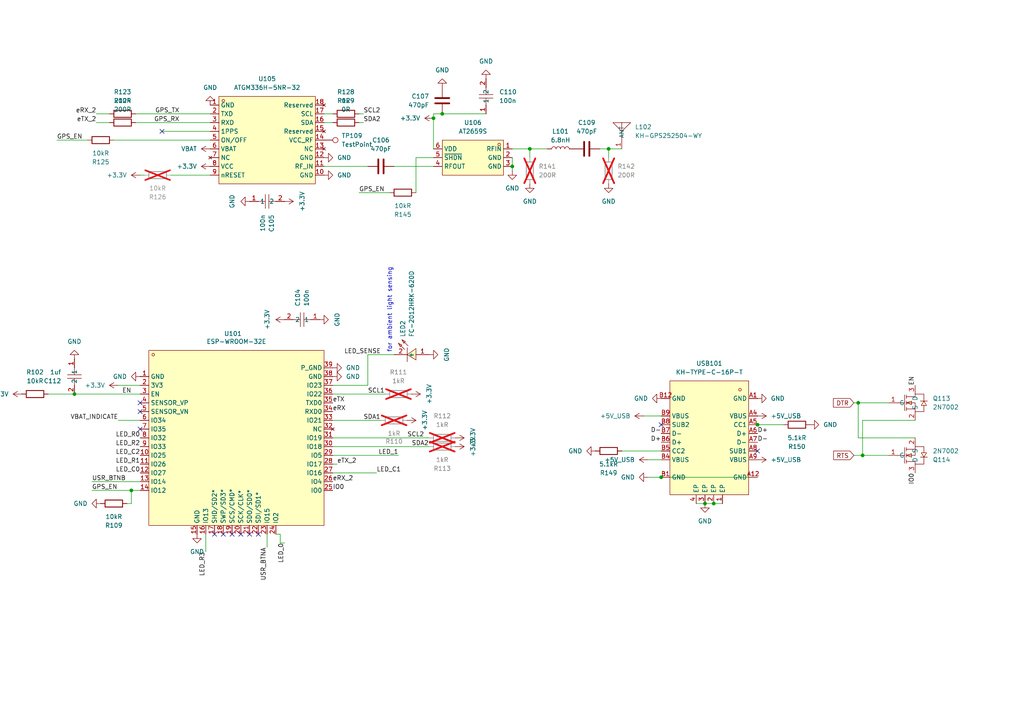
<source format=kicad_sch>
(kicad_sch (version 20250114) (generator "eeschema") (generator_version "9.0")
  (paper "A4")
  (lib_symbols
    (symbol "Connector:TestPoint" (pin_numbers (hide yes)) (pin_names (offset 0.762) (hide yes))
      (property "Reference" "TP" (at 0 6.858 0))
      (property "Value" "TestPoint" (at 0 5.08 0))
      (symbol "TestPoint_0_1"
        (circle (center 0 3.302) (radius 0.762))
      )
      (symbol "TestPoint_1_1"
        (pin passive line (at 0 0 90) (length 2.54) (name "1") (number "1"))
      )
    )
    (symbol "Device:C" (pin_numbers (hide yes)) (pin_names (offset 0.254))
      (property "Reference" "C" (at 0.635 2.54 0))
      (property "Value" "C" (at 0.635 -2.54 0))
      (symbol "C_0_1"
        (polyline (pts (xy -2.032 0.762) (xy 2.032 0.762)) (stroke (width 0.508)))
        (polyline (pts (xy -2.032 -0.762) (xy 2.032 -0.762)) (stroke (width 0.508)))
      )
      (symbol "C_1_1"
        (pin passive line (at 0 3.81 270) (length 2.794) (name "~") (number "1"))
        (pin passive line (at 0 -3.81 90) (length 2.794) (name "~") (number "2"))
      )
    )
    (symbol "Device:L" (pin_numbers (hide yes)) (pin_names (offset 1.016) (hide yes))
      (property "Reference" "L" (at -1.27 0 90))
      (property "Value" "L" (at 1.905 0 90))
      (symbol "L_0_1"
        (arc (start 0 2.54) (mid 0.6323 1.905) (end 0 1.27))
        (arc (start 0 1.27) (mid 0.6323 0.635) (end 0 0))
        (arc (start 0 0) (mid 0.6323 -0.635) (end 0 -1.27))
        (arc (start 0 -1.27) (mid 0.6323 -1.905) (end 0 -2.54))
      )
      (symbol "L_1_1"
        (pin passive line (at 0 3.81 270) (length 1.27) (name "1") (number "1"))
        (pin passive line (at 0 -3.81 90) (length 1.27) (name "2") (number "2"))
      )
    )
    (symbol "Device:R" (pin_numbers (hide yes)) (pin_names (offset 0))
      (property "Reference" "R" (at 2.032 0 90))
      (property "Value" "R" (at 0 0 90))
      (symbol "R_0_1"
        (rectangle (start -1.016 -2.54) (end 1.016 2.54) (stroke (width 0.254)))
      )
      (symbol "R_1_1"
        (pin passive line (at 0 3.81 270) (length 1.27) (name "~") (number "1"))
        (pin passive line (at 0 -3.81 90) (length 1.27) (name "~") (number "2"))
      )
    )
    (symbol "easyeda2kicad:2N7002"
      (property "Reference" "Q" (at 0 10.16 0))
      (property "Value" "2N7002" (at 0 -10.16 0))
      (symbol "2N7002_0_1"
        (polyline (pts (xy -2.54 0) (xy -0.51 0)))
        (polyline (pts (xy -0.51 2.29) (xy -0.51 -2.29)))
        (polyline (pts (xy 0 2.29) (xy 0 1.27)))
        (polyline (pts (xy 0 1.78) (xy 2.54 1.78) (xy 2.54 2.54) (xy 5.08 2.54) (xy 5.08 0.51)))
        (polyline (pts (xy 0 0) (xy 1.52 -0.51) (xy 1.52 0.51) (xy 0 0)) (fill (type background)))
        (polyline (pts (xy 0 0) (xy 2.54 0) (xy 2.54 -2.54) (xy 5.08 -2.54) (xy 5.08 -0.76)))
        (polyline (pts (xy 0 -0.51) (xy 0 0.51)))
        (polyline (pts (xy 0 -2.29) (xy 0 -1.27)))
        (polyline (pts (xy 2.54 -1.78) (xy 0 -1.78)))
        (polyline (pts (xy 5.08 0.51) (xy 4.32 -0.76) (xy 5.84 -0.76) (xy 5.08 0.51)) (fill (type background)))
        (polyline (pts (xy 6.1 0.51) (xy 5.59 0.51) (xy 4.57 0.51) (xy 4.06 0.51)))
        (pin input line (at -5.08 0 0) (length 2.54) (name "G") (number "1"))
        (pin passive line (at 2.54 5.08 270) (length 2.54) (name "D") (number "3"))
        (pin passive line (at 2.54 -5.08 90) (length 2.54) (name "S") (number "2"))
      )
    )
    (symbol "easyeda2kicad:AT2659S"
      (property "Reference" "U" (at 0 7.62 0))
      (property "Value" "AT2659S" (at 0 -7.62 0))
      (symbol "AT2659S_0_1"
        (rectangle (start -8.89 5.08) (end 8.89 -5.08) (fill (type background)))
        (circle (center -7.62 3.81) (radius 0.38))
        (pin input line (at -11.43 2.54 0) (length 2.54) (name "RFIN") (number "1"))
        (pin power_in line (at -11.43 0 0) (length 2.54) (name "GND") (number "2"))
        (pin power_in line (at -11.43 -2.54 0) (length 2.54) (name "GND") (number "3"))
        (pin power_in line (at 11.43 2.54 180) (length 2.54) (name "VDD") (number "6"))
        (pin input line (at 11.43 0 180) (length 2.54) (name "~{SHDN}") (number "5"))
        (pin output line (at 11.43 -2.54 180) (length 2.54) (name "RFOUT") (number "4"))
      )
    )
    (symbol "easyeda2kicad:ATGM336H-5NR-32"
      (property "Reference" "U" (at 0 15.24 0))
      (property "Value" "ATGM336H-5NR-32" (at 0 -15.24 0))
      (symbol "ATGM336H-5NR-32_0_1"
        (rectangle (start -13.97 12.7) (end 13.97 -12.7) (fill (type background)))
        (circle (center -12.7 11.43) (radius 0.38))
        (pin power_in line (at -16.51 10.16 0) (length 2.54) (name "GND") (number "1"))
        (pin output line (at -16.51 7.62 0) (length 2.54) (name "TXD") (number "2"))
        (pin input line (at -16.51 5.08 0) (length 2.54) (name "RXD") (number "3"))
        (pin output line (at -16.51 2.54 0) (length 2.54) (name "1PPS") (number "4"))
        (pin input line (at -16.51 0 0) (length 2.54) (name "ON/OFF") (number "5"))
        (pin power_in line (at -16.51 -2.54 0) (length 2.54) (name "VBAT") (number "6"))
        (pin no_connect line (at -16.51 -5.08 0) (length 2.54) (name "NC") (number "7"))
        (pin power_in line (at -16.51 -7.62 0) (length 2.54) (name "VCC") (number "8"))
        (pin input line (at -16.51 -10.16 0) (length 2.54) (name "nRESET") (number "9"))
        (pin no_connect line (at 16.51 10.16 180) (length 2.54) (name "Reserved") (number "18"))
        (pin bidirectional line (at 16.51 7.62 180) (length 2.54) (name "SCL") (number "17"))
        (pin bidirectional line (at 16.51 5.08 180) (length 2.54) (name "SDA") (number "16"))
        (pin no_connect line (at 16.51 2.54 180) (length 2.54) (name "Reserved") (number "15"))
        (pin power_out line (at 16.51 0 180) (length 2.54) (name "VCC_RF") (number "14"))
        (pin no_connect line (at 16.51 -2.54 180) (length 2.54) (name "NC") (number "13"))
        (pin power_in line (at 16.51 -5.08 180) (length 2.54) (name "GND") (number "12"))
        (pin input line (at 16.51 -7.62 180) (length 2.54) (name "RF_IN") (number "11"))
        (pin power_in line (at 16.51 -10.16 180) (length 2.54) (name "GND") (number "10"))
      )
    )
    (symbol "easyeda2kicad:CC0603KRX7R9BB104"
      (property "Reference" "C" (at 0 5.08 0))
      (property "Value" "CC0603KRX7R9BB104" (at 0 -5.08 0))
      (symbol "CC0603KRX7R9BB104_0_1"
        (polyline (pts (xy -0.51 0) (xy -2.54 0)))
        (polyline (pts (xy -0.51 -2.03) (xy -0.51 2.03)))
        (polyline (pts (xy 0.51 2.03) (xy 0.51 -2.03)))
        (polyline (pts (xy 2.54 0) (xy 0.51 0)))
        (pin passive line (at -5.08 0 0) (length 2.54) (name "1") (number "1"))
        (pin passive line (at 5.08 0 180) (length 2.54) (name "2") (number "2"))
      )
    )
    (symbol "easyeda2kicad:CH340C"
      (property "Reference" "U" (at 0 13.97 0))
      (property "Value" "CH340C" (at 0 -13.97 0))
      (symbol "CH340C_0_1"
        (rectangle (start -8.89 11.43) (end 8.89 -11.43) (fill (type background)))
        (circle (center -7.62 10.16) (radius 0.38))
        (pin power_in line (at -11.43 8.89 0) (length 2.54) (name "GND") (number "1"))
        (pin output line (at -11.43 6.35 0) (length 2.54) (name "TXD") (number "2"))
        (pin input line (at -11.43 3.81 0) (length 2.54) (name "RXD") (number "3"))
        (pin power_out line (at -11.43 1.27 0) (length 2.54) (name "V3") (number "4"))
        (pin bidirectional line (at -11.43 -1.27 0) (length 2.54) (name "D+") (number "5"))
        (pin bidirectional line (at -11.43 -3.81 0) (length 2.54) (name "D-") (number "6"))
        (pin no_connect line (at -11.43 -6.35 0) (length 2.54) (name "NC.") (number "7"))
        (pin output line (at -11.43 -8.89 0) (length 2.54) (name "~{OUT}") (number "8"))
        (pin power_in line (at 11.43 8.89 180) (length 2.54) (name "VCC") (number "16"))
        (pin input line (at 11.43 6.35 180) (length 2.54) (name "R232") (number "15"))
        (pin output line (at 11.43 3.81 180) (length 2.54) (name "~{RTS}") (number "14"))
        (pin output line (at 11.43 1.27 180) (length 2.54) (name "~{DTR}") (number "13"))
        (pin input line (at 11.43 -1.27 180) (length 2.54) (name "~{DCD}") (number "12"))
        (pin input line (at 11.43 -3.81 180) (length 2.54) (name "~{RI}") (number "11"))
        (pin input line (at 11.43 -6.35 180) (length 2.54) (name "~{DSR}") (number "10"))
        (pin input line (at 11.43 -8.89 180) (length 2.54) (name "~{CTS}") (number "9"))
      )
    )
    (symbol "easyeda2kicad:ESP-WROOM-32E"
      (property "Reference" "U" (at 0 27.94 0))
      (property "Value" "ESP-WROOM-32E" (at 0 -30.48 0))
      (symbol "ESP-WROOM-32E_0_1"
        (rectangle (start -25.4 27.94) (end 25.4 -22.86) (fill (type background)))
        (circle (center -24.13 26.67) (radius 0.38))
        (pin power_in line (at -27.94 20.32 0) (length 2.54) (name "GND") (number "1"))
        (pin power_in line (at -27.94 17.78 0) (length 2.54) (name "3V3") (number "2"))
        (pin input line (at -27.94 15.24 0) (length 2.54) (name "EN") (number "3"))
        (pin input line (at -27.94 12.7 0) (length 2.54) (name "SENSOR_VP") (number "4"))
        (pin input line (at -27.94 10.16 0) (length 2.54) (name "SENSOR_VN") (number "5"))
        (pin input line (at -27.94 7.62 0) (length 2.54) (name "IO34") (number "6"))
        (pin input line (at -27.94 5.08 0) (length 2.54) (name "IO35") (number "7"))
        (pin bidirectional line (at -27.94 2.54 0) (length 2.54) (name "IO32") (number "8"))
        (pin bidirectional line (at -27.94 0 0) (length 2.54) (name "IO33") (number "9"))
        (pin bidirectional line (at -27.94 -2.54 0) (length 2.54) (name "IO25") (number "10"))
        (pin bidirectional line (at -27.94 -5.08 0) (length 2.54) (name "IO26") (number "11"))
        (pin bidirectional line (at -27.94 -7.62 0) (length 2.54) (name "IO27") (number "12"))
        (pin bidirectional line (at -27.94 -10.16 0) (length 2.54) (name "IO14") (number "13"))
        (pin bidirectional line (at -27.94 -12.7 0) (length 2.54) (name "IO12") (number "14"))
        (pin power_in line (at -11.43 -25.4 90) (length 2.54) (name "GND") (number "15"))
        (pin bidirectional line (at -8.89 -25.4 90) (length 2.54) (name "IO13") (number "16"))
        (pin bidirectional line (at -6.35 -25.4 90) (length 2.54) (name "SHD/SD2*") (number "17"))
        (pin bidirectional line (at -3.81 -25.4 90) (length 2.54) (name "SWP/SD3*") (number "18"))
        (pin bidirectional line (at -1.27 -25.4 90) (length 2.54) (name "SCS/CMD*") (number "19"))
        (pin bidirectional line (at 1.27 -25.4 90) (length 2.54) (name "SCK/CLK*") (number "20"))
        (pin bidirectional line (at 3.81 -25.4 90) (length 2.54) (name "SDO/SD0*") (number "21"))
        (pin bidirectional line (at 6.35 -25.4 90) (length 2.54) (name "SDI/SD1*") (number "22"))
        (pin bidirectional line (at 8.89 -25.4 90) (length 2.54) (name "IO15") (number "23"))
        (pin bidirectional line (at 11.43 -25.4 90) (length 2.54) (name "IO2") (number "24"))
        (pin power_in line (at 27.94 22.86 180) (length 2.54) (name "P_GND") (number "39"))
        (pin power_in line (at 27.94 20.32 180) (length 2.54) (name "GND") (number "38"))
        (pin bidirectional line (at 27.94 17.78 180) (length 2.54) (name "IO23") (number "37"))
        (pin bidirectional line (at 27.94 15.24 180) (length 2.54) (name "IO22") (number "36"))
        (pin output line (at 27.94 12.7 180) (length 2.54) (name "TXD0") (number "35"))
        (pin input line (at 27.94 10.16 180) (length 2.54) (name "RXD0") (number "34"))
        (pin bidirectional line (at 27.94 7.62 180) (length 2.54) (name "IO21") (number "33"))
        (pin no_connect line (at 27.94 5.08 180) (length 2.54) (name "NC") (number "32"))
        (pin bidirectional line (at 27.94 2.54 180) (length 2.54) (name "IO19") (number "31"))
        (pin bidirectional line (at 27.94 0 180) (length 2.54) (name "IO18") (number "30"))
        (pin bidirectional line (at 27.94 -2.54 180) (length 2.54) (name "IO5") (number "29"))
        (pin bidirectional line (at 27.94 -5.08 180) (length 2.54) (name "IO17") (number "28"))
        (pin bidirectional line (at 27.94 -7.62 180) (length 2.54) (name "IO16") (number "27"))
        (pin bidirectional line (at 27.94 -10.16 180) (length 2.54) (name "IO4") (number "26"))
        (pin bidirectional line (at 27.94 -12.7 180) (length 2.54) (name "IO0") (number "25"))
      )
    )
    (symbol "easyeda2kicad:FC-2012HRK-620D"
      (property "Reference" "LED" (at 0 5.08 0))
      (property "Value" "FC-2012HRK-620D" (at 0 -5.08 0))
      (symbol "FC-2012HRK-620D_0_1"
        (polyline (pts (xy -3.81 3.3) (xy -2.79 2.79) (xy -3.3 2.29) (xy -3.81 3.3)) (fill (type background)))
        (polyline (pts (xy -2.79 4.32) (xy -1.78 3.81) (xy -2.29 3.3) (xy -2.79 4.32)) (fill (type background)))
        (polyline (pts (xy -2.03 1.52) (xy -3.81 3.3)))
        (polyline (pts (xy -1.27 2.03) (xy -1.27 -2.03)))
        (polyline (pts (xy -1.02 2.54) (xy -2.79 4.32)))
        (polyline (pts (xy 1.27 -1.52) (xy -1.27 0) (xy 1.27 1.78) (xy 1.27 -1.52)) (fill (type background)))
        (pin passive line (at -5.08 0 0) (length 3.81) (name "-") (number "2"))
        (pin passive line (at 5.08 0 180) (length 3.81) (name "+") (number "1"))
      )
    )
    (symbol "easyeda2kicad:KH-GPS252504-WY"
      (property "Reference" "L" (at 0 0 0))
      (property "Value" "KH-GPS252504-WY" (at 0 -10.16 0))
      (symbol "KH-GPS252504-WY_0_1"
        (polyline (pts (xy 0 2.54) (xy 0 0)))
        (polyline (pts (xy 0 0) (xy -2.54 2.54)))
        (polyline (pts (xy 0 0) (xy 0 -2.54)))
        (polyline (pts (xy 2.54 2.54) (xy -2.54 2.54)))
        (polyline (pts (xy 2.54 2.54) (xy 0 0)))
        (pin passive line (at 0 -5.08 90) (length 2.54) (name "ANT") (number "1"))
      )
    )
    (symbol "easyeda2kicad:KH-TYPE-C-16P-T"
      (property "Reference" "USB" (at 0 17.78 0))
      (property "Value" "KH-TYPE-C-16P-T" (at 0 -22.86 0))
      (symbol "KH-TYPE-C-16P-T_0_1"
        (rectangle (start -12.7 17.78) (end 10.16 -15.24) (fill (type background)))
        (circle (center -10.16 15.24) (radius 0.38))
        (pin power_in line (at -15.24 12.7 0) (length 2.54) (name "GND") (number "A1"))
        (pin power_in line (at -15.24 7.62 0) (length 2.54) (name "VBUS") (number "A4"))
        (pin bidirectional line (at -15.24 5.08 0) (length 2.54) (name "CC1") (number "A5"))
        (pin bidirectional line (at -15.24 2.54 0) (length 2.54) (name "D+") (number "A6"))
        (pin bidirectional line (at -15.24 0 0) (length 2.54) (name "D-") (number "A7"))
        (pin bidirectional line (at -15.24 -2.54 0) (length 2.54) (name "SUB1") (number "A8"))
        (pin power_in line (at -15.24 -5.08 0) (length 2.54) (name "VBUS") (number "A9"))
        (pin power_in line (at -15.24 -10.16 0) (length 2.54) (name "GND") (number "A12"))
        (pin passive line (at -5.08 -17.78 90) (length 2.54) (name "EP") (number "1"))
        (pin passive line (at -2.54 -17.78 90) (length 2.54) (name "EP") (number "2"))
        (pin passive line (at 0 -17.78 90) (length 2.54) (name "EP") (number "3"))
        (pin passive line (at 2.54 -17.78 90) (length 2.54) (name "EP") (number "4"))
        (pin power_in line (at 12.7 12.7 180) (length 2.54) (name "GND") (number "B12"))
        (pin power_in line (at 12.7 7.62 180) (length 2.54) (name "VBUS") (number "B9"))
        (pin bidirectional line (at 12.7 5.08 180) (length 2.54) (name "SUB2") (number "B8"))
        (pin bidirectional line (at 12.7 2.54 180) (length 2.54) (name "D-") (number "B7"))
        (pin bidirectional line (at 12.7 0 180) (length 2.54) (name "D+") (number "B6"))
        (pin bidirectional line (at 12.7 -2.54 180) (length 2.54) (name "CC2") (number "B5"))
        (pin power_in line (at 12.7 -5.08 180) (length 2.54) (name "VBUS") (number "B4"))
        (pin power_in line (at 12.7 -10.16 180) (length 2.54) (name "GND") (number "B1"))
      )
    )
    (symbol "power:+3.3V" (power) (pin_numbers (hide yes)) (pin_names (offset 0) (hide yes))
      (property "Value" "+3.3V" (at 0 3.556 0))
      (symbol "+3.3V_0_1"
        (polyline (pts (xy -0.762 1.27) (xy 0 2.54)))
        (polyline (pts (xy 0 2.54) (xy 0.762 1.27)))
        (polyline (pts (xy 0 0) (xy 0 2.54)))
      )
      (symbol "+3.3V_1_1"
        (pin power_in line (at 0 0 90) (length 0) (name "~") (number "1"))
      )
    )
    (symbol "power:GND" (power) (pin_numbers (hide yes)) (pin_names (offset 0) (hide yes))
      (property "Value" "GND" (at 0 -3.81 0))
      (symbol "GND_0_1"
        (polyline (pts (xy 0 0) (xy 0 -1.27) (xy 1.27 -1.27) (xy 0 -2.54) (xy -1.27 -1.27) (xy 0 -1.27)))
      )
      (symbol "GND_1_1"
        (pin power_in line (at 0 0 270) (length 0) (name "~") (number "1"))
      )
    )
  )
  (text "for ambient light sensing\n" (at 113.03 89.916 90) (effects (font (size 1.27 1.27))))
  (junction (at 125.73 34.29))
  (junction (at 250.19 132.08))
  (junction (at 191.77 138.43))
  (junction (at 21.59 114.3))
  (junction (at 176.53 43.18))
  (junction (at 38.1 142.24))
  (junction (at 204.47 146.05))
  (junction (at 219.71 123.19))
  (junction (at 248.92 116.84))
  (junction (at 148.59 48.26))
  (junction (at 207.01 146.05))
  (junction (at 128.27 33.02))
  (junction (at 153.67 43.18))
  (no_connect (at 351.79 130.81))
  (no_connect (at 46.99 38.1))
  (no_connect (at 40.64 124.46))
  (no_connect (at 351.79 135.89))
  (no_connect (at 219.71 130.81))
  (no_connect (at 69.85 154.94))
  (no_connect (at 67.31 154.94))
  (no_connect (at 351.79 123.19))
  (no_connect (at 40.64 116.84))
  (no_connect (at 62.23 154.94))
  (no_connect (at 72.39 154.94))
  (no_connect (at 191.77 123.19))
  (no_connect (at 74.93 154.94))
  (no_connect (at 351.79 133.35))
  (no_connect (at 374.65 138.43))
  (no_connect (at 64.77 154.94))
  (no_connect (at 40.64 119.38))
  (no_connect (at 351.79 138.43))
  (wire (pts (xy 39.37 35.56) (xy 60.96 35.56)))
  (wire (pts (xy 26.67 139.7) (xy 40.64 139.7)))
  (wire (pts (xy 96.52 132.08) (xy 115.57 132.08)))
  (wire (pts (xy 33.02 40.64) (xy 60.96 40.64)))
  (wire (pts (xy 347.98 116.84) (xy 347.98 120.65)))
  (wire (pts (xy 120.65 45.72) (xy 125.73 45.72)))
  (wire (pts (xy 38.1 146.05) (xy 38.1 142.24)))
  (wire (pts (xy 114.3 48.26) (xy 125.73 48.26)))
  (wire (pts (xy 114.3 102.87) (xy 106.68 102.87)))
  (wire (pts (xy 97.79 134.62) (xy 96.52 134.62)))
  (wire (pts (xy 191.77 120.65) (xy 186.69 120.65)))
  (wire (pts (xy 153.67 45.72) (xy 153.67 43.18)))
  (wire (pts (xy 248.92 116.84) (xy 248.92 127)))
  (wire (pts (xy 176.53 43.18) (xy 176.53 45.72)))
  (wire (pts (xy 27.94 35.56) (xy 31.75 35.56)))
  (wire (pts (xy 46.99 38.1) (xy 60.96 38.1)))
  (wire (pts (xy 153.67 43.18) (xy 158.75 43.18)))
  (wire (pts (xy 191.77 133.35) (xy 187.96 133.35)))
  (wire (pts (xy 27.94 33.02) (xy 31.75 33.02)))
  (wire (pts (xy 96.52 111.76) (xy 106.68 111.76)))
  (wire (pts (xy 93.98 35.56) (xy 96.52 35.56)))
  (wire (pts (xy 82.55 157.48) (xy 81.28 157.48)))
  (wire (pts (xy 104.14 35.56) (xy 105.41 35.56)))
  (wire (pts (xy 379.73 128.27) (xy 374.65 128.27)))
  (wire (pts (xy 219.71 138.43) (xy 191.77 138.43)))
  (wire (pts (xy 21.59 114.3) (xy 40.64 114.3)))
  (wire (pts (xy 40.64 50.8) (xy 41.91 50.8)))
  (wire (pts (xy 396.24 125.73) (xy 392.43 125.73)))
  (wire (pts (xy 96.52 127) (xy 124.46 127)))
  (wire (pts (xy 209.55 146.05) (xy 207.01 146.05)))
  (wire (pts (xy 120.65 55.88) (xy 120.65 45.72)))
  (wire (pts (xy 384.81 125.73) (xy 374.65 125.73)))
  (wire (pts (xy 250.19 121.92) (xy 250.19 132.08)))
  (wire (pts (xy 104.14 55.88) (xy 113.03 55.88)))
  (wire (pts (xy 207.01 146.05) (xy 204.47 146.05)))
  (wire (pts (xy 77.47 158.75) (xy 77.47 154.94)))
  (wire (pts (xy 396.24 123.19) (xy 392.43 123.19)))
  (wire (pts (xy 96.52 121.92) (xy 110.49 121.92)))
  (wire (pts (xy 148.59 43.18) (xy 153.67 43.18)))
  (wire (pts (xy 125.73 33.02) (xy 128.27 33.02)))
  (wire (pts (xy 16.51 40.64) (xy 25.4 40.64)))
  (wire (pts (xy 81.28 157.48) (xy 81.28 154.94)))
  (wire (pts (xy 96.52 114.3) (xy 111.76 114.3)))
  (wire (pts (xy 250.19 132.08) (xy 257.81 132.08)))
  (wire (pts (xy 191.77 130.81) (xy 180.34 130.81)))
  (wire (pts (xy 176.53 43.18) (xy 180.34 43.18)))
  (wire (pts (xy 248.92 116.84) (xy 247.65 116.84)))
  (wire (pts (xy 265.43 121.92) (xy 250.19 121.92)))
  (wire (pts (xy 93.98 33.02) (xy 96.52 33.02)))
  (wire (pts (xy 148.59 48.26) (xy 148.59 49.53)))
  (wire (pts (xy 219.71 123.19) (xy 218.44 123.19)))
  (wire (pts (xy 104.14 33.02) (xy 105.41 33.02)))
  (wire (pts (xy 247.65 132.08) (xy 250.19 132.08)))
  (wire (pts (xy 227.33 123.19) (xy 219.71 123.19)))
  (wire (pts (xy 96.52 129.54) (xy 124.46 129.54)))
  (wire (pts (xy 38.1 142.24) (xy 40.64 142.24)))
  (wire (pts (xy 148.59 45.72) (xy 148.59 48.26)))
  (wire (pts (xy 13.97 114.3) (xy 21.59 114.3)))
  (wire (pts (xy 384.81 123.19) (xy 374.65 123.19)))
  (wire (pts (xy 109.22 137.16) (xy 96.52 137.16)))
  (wire (pts (xy 204.47 146.05) (xy 201.93 146.05)))
  (wire (pts (xy 125.73 33.02) (xy 125.73 34.29)))
  (wire (pts (xy 34.29 121.92) (xy 40.64 121.92)))
  (wire (pts (xy 93.98 48.26) (xy 106.68 48.26)))
  (wire (pts (xy 26.67 142.24) (xy 38.1 142.24)))
  (wire (pts (xy 191.77 138.43) (xy 187.96 138.43)))
  (wire (pts (xy 81.28 154.94) (xy 80.01 154.94)))
  (wire (pts (xy 34.29 111.76) (xy 40.64 111.76)))
  (wire (pts (xy 128.27 33.02) (xy 140.97 33.02)))
  (wire (pts (xy 39.37 33.02) (xy 60.96 33.02)))
  (wire (pts (xy 59.69 160.02) (xy 59.69 154.94)))
  (wire (pts (xy 248.92 116.84) (xy 257.81 116.84)))
  (wire (pts (xy 106.68 102.87) (xy 106.68 111.76)))
  (wire (pts (xy 125.73 34.29) (xy 125.73 43.18)))
  (wire (pts (xy 351.79 120.65) (xy 347.98 120.65)))
  (wire (pts (xy 248.92 127) (xy 265.43 127)))
  (wire (pts (xy 173.99 43.18) (xy 176.53 43.18)))
  (wire (pts (xy 36.83 146.05) (xy 38.1 146.05)))
  (wire (pts (xy 49.53 50.8) (xy 60.96 50.8)))
  (label "VBAT_INDICATE" (at 34.29 121.92 180))
  (label "GPS_TX" (at 52.07 33.02 180))
  (label "SDA2" (at 119.38 129.54 0))
  (label "GPS_EN" (at 26.67 142.24 0))
  (label "LED_SENSE" (at 110.49 102.87 180))
  (label "eRX_2" (at 96.52 139.7 0))
  (label "LED_C0" (at 40.64 137.16 180))
  (label "GPS_EN" (at 16.51 40.64 0))
  (label "USR_BTNB" (at 26.67 139.7 0))
  (label "eRX_2" (at 27.94 33.02 180))
  (label "SCL2" (at 105.41 33.02 0))
  (label "GPS_EN" (at 104.14 55.88 0))
  (label "SCL2" (at 118.11 127 0))
  (label "SCL1" (at 106.68 114.3 0))
  (label "GPS_RX" (at 52.07 35.56 180))
  (label "D+" (at 374.65 130.81 0))
  (label "SDA1" (at 105.41 121.92 0))
  (label "eRX" (at 396.24 123.19 0))
  (label "eTX_2" (at 27.94 35.56 180))
  (label "D-" (at 219.71 128.27 0))
  (label "EN" (at 265.43 111.76 90))
  (label "EN" (at 38.1 114.3 180))
  (label "LED_C2" (at 40.64 132.08 180))
  (label "LED_R3" (at 59.69 160.02 270))
  (label "D-" (at 374.65 133.35 0))
  (label "LED_1" (at 115.57 132.08 180))
  (label "SDA2" (at 105.41 35.56 0))
  (label "eRX" (at 96.52 119.38 0))
  (label "USR_BTNA" (at 77.47 158.75 270))
  (label "eTX" (at 96.52 116.84 0))
  (label "LED_C1" (at 109.22 137.16 0))
  (label "D+" (at 191.77 128.27 180))
  (label "D+" (at 219.71 125.73 0))
  (label "LED_R1" (at 40.64 134.62 180))
  (label "IO0" (at 96.52 142.24 0))
  (label "eTX" (at 396.24 125.73 0))
  (label "D-" (at 191.77 125.73 180))
  (label "IO0" (at 265.43 137.16 270))
  (label "LED_0" (at 82.55 157.48 270))
  (label "LED_R0" (at 40.64 127 180))
  (label "LED_R2" (at 40.64 129.54 180))
  (label "eTX_2" (at 97.79 134.62 0))
  (global_label "DTR" (shape input) (at 247.65 116.84 180) (property "Intersheetrefs" "${INTERSHEET_REFS}" (effects (hide yes))))
  (global_label "RTS" (shape input) (at 351.79 125.73 180) (property "Intersheetrefs" "${INTERSHEET_REFS}" (effects (hide yes))))
  (global_label "DTR" (shape input) (at 351.79 128.27 180) (property "Intersheetrefs" "${INTERSHEET_REFS}" (effects (hide yes))))
  (global_label "RTS" (shape input) (at 247.65 132.08 180) (property "Intersheetrefs" "${INTERSHEET_REFS}" (effects (hide yes))))
  (symbol (lib_id "power:GND") (at 172.72 130.81 270) (mirror x) (unit 1)
    (property "Reference" "#PWR0101" (effects (hide yes)))
    (property "Value" "GND" (at 168.91 130.8099 90) (effects (justify right)))
    (property "Description" "Power symbol creates a global label with name \"GND\" , ground" (effects (hide yes)))
  )
  (symbol (lib_id "power:+3.3V") (at 187.96 133.35 90) (mirror x) (unit 1)
    (property "Reference" "#PWR0134" (effects (hide yes)))
    (property "Value" "+5V_USB" (at 184.15 133.3499 90) (effects (justify left)))
    (property "Description" "Power symbol creates a global label with name \"+3.3V\"" (effects (hide yes)))
  )
  (symbol (lib_id "power:+3.3V") (at 347.98 116.84 0) (mirror y) (unit 1)
    (property "Reference" "#PWR0133" (effects (hide yes)))
    (property "Value" "+3.3V" (at 347.98 111.76 0))
    (property "Description" "Power symbol creates a global label with name \"+3.3V\"" (effects (hide yes)))
  )
  (symbol (lib_id "power:+3.3V") (at 82.55 92.71 90) (unit 1)
    (property "Reference" "#PWR0131" (effects (hide yes)))
    (property "Value" "+3.3V" (at 77.47 92.71 0))
    (property "Description" "Power symbol creates a global label with name \"+3.3V\"" (effects (hide yes)))
  )
  (symbol (lib_id "power:GND") (at 93.98 45.72 90) (unit 1)
    (property "Reference" "#PWR0151" (effects (hide yes)))
    (property "Value" "GND" (at 97.79 45.7199 90) (effects (justify right)))
    (property "Description" "Power symbol creates a global label with name \"GND\" , ground" (effects (hide yes)))
  )
  (symbol (lib_id "Device:R") (at 35.56 35.56 270) (unit 1)
    (property "Reference" "R124" (at 35.56 29.21 90))
    (property "Value" "200R" (at 35.56 31.75 90))
    (property "Footprint" "Resistor_SMD:R_0603_1608Metric" (effects (hide yes)))
    (property "Description" "Resistor" (effects (hide yes)))
  )
  (symbol (lib_id "Device:C") (at 110.49 48.26 90) (unit 1)
    (property "Reference" "C106" (at 110.49 40.64 90))
    (property "Value" "470pF" (at 110.49 43.18 90))
    (property "Footprint" "Capacitor_SMD:C_0603_1608Metric" (effects (hide yes)))
    (property "Description" "Unpolarized capacitor" (effects (hide yes)))
  )
  (symbol (lib_id "Device:R") (at 388.62 125.73 90) (mirror x) (unit 1)
    (property "Reference" "R120" (at 388.62 119.38 90))
    (property "Value" "200R" (at 388.62 121.92 90))
    (property "Footprint" "Resistor_SMD:R_0603_1608Metric" (effects (hide yes)))
    (property "Description" "Resistor" (effects (hide yes)))
  )
  (symbol (lib_id "power:+3.3V") (at 34.29 111.76 90) (unit 1)
    (property "Reference" "#PWR0107" (effects (hide yes)))
    (property "Value" "+3.3V" (at 30.48 111.7599 90) (effects (justify left)))
    (property "Description" "Power symbol creates a global label with name \"+3.3V\"" (effects (hide yes)))
  )
  (symbol (lib_id "power:+3.3V") (at 40.64 50.8 90) (unit 1)
    (property "Reference" "#PWR0185" (effects (hide yes)))
    (property "Value" "+3.3V" (at 36.83 50.7999 90) (effects (justify left)))
    (property "Description" "Power symbol creates a global label with name \"+3.3V\"" (effects (hide yes)))
  )
  (symbol (lib_id "easyeda2kicad:AT2659S") (at 137.16 45.72 0) (mirror y) (unit 1)
    (property "Reference" "U106" (at 137.16 35.56 0))
    (property "Value" "AT2659S" (at 137.16 38.1 0))
    (property "Footprint" "easyeda2kicad:SOT-23-6_L2.9-W1.6-P0.95-LS2.8-BR" (effects (hide yes)))
    (property "LCSC Part" "C883443" (effects (hide yes)))
  )
  (symbol (lib_id "power:+3.3V") (at 82.55 58.42 270) (unit 1)
    (property "Reference" "#PWR0149" (effects (hide yes)))
    (property "Value" "+3.3V" (at 87.63 58.42 0))
    (property "Description" "Power symbol creates a global label with name \"+3.3V\"" (effects (hide yes)))
  )
  (symbol (lib_id "Connector:TestPoint") (at 93.98 40.64 270) (unit 1)
    (property "Reference" "TP109" (at 99.06 39.3699 90) (effects (justify left)))
    (property "Value" "TestPoint" (at 99.06 41.9099 90) (effects (justify left)))
    (property "Footprint" "TestPoint:TestPoint_Pad_1.5x1.5mm" (effects (hide yes)))
    (property "Description" "test point" (effects (hide yes)))
  )
  (symbol (lib_id "power:+3.3V") (at 186.69 120.65 90) (mirror x) (unit 1)
    (property "Reference" "#PWR0103" (effects (hide yes)))
    (property "Value" "+5V_USB" (at 182.88 120.6499 90) (effects (justify left)))
    (property "Description" "Power symbol creates a global label with name \"+3.3V\"" (effects (hide yes)))
  )
  (symbol (lib_id "power:GND") (at 96.52 106.68 90) (unit 1)
    (property "Reference" "#PWR0124" (effects (hide yes)))
    (property "Value" "GND" (at 100.33 106.6799 90) (effects (justify right)))
    (property "Description" "Power symbol creates a global label with name \"GND\" , ground" (effects (hide yes)))
  )
  (symbol (lib_id "power:+3.3V") (at 6.35 114.3 90) (unit 1)
    (property "Reference" "#PWR0102" (effects (hide yes)))
    (property "Value" "+3.3V" (at 2.54 114.2999 90) (effects (justify left)))
    (property "Description" "Power symbol creates a global label with name \"+3.3V\"" (effects (hide yes)))
  )
  (symbol (lib_id "easyeda2kicad:FC-2012HRK-620D") (at 119.38 102.87 0) (unit 1)
    (property "Reference" "LED2" (at 116.8399 97.79 90) (effects (justify left)))
    (property "Value" "FC-2012HRK-620D" (at 119.3799 97.79 90) (effects (justify left)))
    (property "Footprint" "easyeda2kicad:LED0805-R-RD" (effects (hide yes)))
    (property "Datasheet" "https://lcsc.com/product-detail/Light-Emitting-Diodes-LED_Red-LED-SMDLED-80-180mcd_C84256.html" (effects (hide yes)))
    (property "LCSC Part" "C84256" (effects (hide yes)))
  )
  (symbol (lib_id "Device:R") (at 33.02 146.05 270) (mirror x) (unit 1)
    (property "Reference" "R109" (at 33.02 152.4 90))
    (property "Value" "10kR" (at 33.02 149.86 90))
    (property "Footprint" "Resistor_SMD:R_0603_1608Metric" (effects (hide yes)))
    (property "Description" "Resistor" (effects (hide yes)))
  )
  (symbol (lib_id "power:GND") (at 124.46 102.87 90) (unit 1)
    (property "Reference" "#PWR0174" (effects (hide yes)))
    (property "Value" "GND" (at 129.54 102.87 0))
    (property "Description" "Power symbol creates a global label with name \"GND\" , ground" (effects (hide yes)))
  )
  (symbol (lib_id "power:+3.3V") (at 125.73 34.29 90) (unit 1)
    (property "Reference" "#PWR0169" (effects (hide yes)))
    (property "Value" "+3.3V" (at 121.92 34.2899 90) (effects (justify left)))
    (property "Description" "Power symbol creates a global label with name \"+3.3V\"" (effects (hide yes)))
  )
  (symbol (lib_id "easyeda2kicad:KH-TYPE-C-16P-T") (at 204.47 128.27 0) (mirror y) (unit 1)
    (property "Reference" "USB101" (at 205.74 105.41 0))
    (property "Value" "KH-TYPE-C-16P-T" (at 205.74 107.95 0))
    (property "Footprint" "easyeda2kicad:USB-C-SMD_KH-TYPE-C-16P" (effects (hide yes)))
    (property "Datasheet" "https://lcsc.com/product-detail/USB-Connectors_Shenzhen-Kinghelm-Elec-KH-TYPE-C-16P-T_C709358.html" (effects (hide yes)))
    (property "LCSC Part" "C709358" (effects (hide yes)))
  )
  (symbol (lib_id "Device:R") (at 116.84 55.88 270) (mirror x) (unit 1)
    (property "Reference" "R145" (at 116.84 62.23 90))
    (property "Value" "10kR" (at 116.84 59.69 90))
    (property "Footprint" "Resistor_SMD:R_0603_1608Metric" (effects (hide yes)))
    (property "Description" "Resistor" (effects (hide yes)))
  )
  (symbol (lib_id "easyeda2kicad:CC0603KRX7R9BB104") (at 87.63 92.71 180) (unit 1)
    (property "Reference" "C104" (at 86.3599 88.9 90) (effects (justify right)))
    (property "Value" "100n" (at 88.8999 88.9 90) (effects (justify right)))
    (property "Footprint" "easyeda2kicad:C0603" (effects (hide yes)))
    (property "Datasheet" "https://lcsc.com/product-detail/Multilayer-Ceramic-Capacitors-MLCC-SMD-SMT_100nF-104-10-50V_C14663.html" (effects (hide yes)))
    (property "LCSC Part" "C14663" (effects (hide yes)))
  )
  (symbol (lib_id "power:GND") (at 57.15 154.94 0) (unit 1)
    (property "Reference" "#PWR0113" (effects (hide yes)))
    (property "Value" "GND" (at 57.15 160.02 0))
    (property "Description" "Power symbol creates a global label with name \"GND\" , ground" (effects (hide yes)))
  )
  (symbol (lib_id "easyeda2kicad:2N7002") (at 262.89 116.84 0) (unit 1)
    (property "Reference" "Q113" (at 270.51 115.5699 0) (effects (justify left)))
    (property "Value" "2N7002" (at 270.51 118.1099 0) (effects (justify left)))
    (property "Footprint" "easyeda2kicad:SOT-23-3_L2.9-W1.3-P1.90-LS2.4-BR" (effects (hide yes)))
    (property "Datasheet" "https://lcsc.com/product-detail/MOSFET_2N7002-7002_C8545.html" (effects (hide yes)))
    (property "LCSC Part" "C8545" (effects (hide yes)))
  )
  (symbol (lib_id "power:GND") (at 96.52 109.22 90) (unit 1)
    (property "Reference" "#PWR0125" (effects (hide yes)))
    (property "Value" "GND" (at 100.33 109.2199 90) (effects (justify right)))
    (property "Description" "Power symbol creates a global label with name \"GND\" , ground" (effects (hide yes)))
  )
  (symbol (lib_id "Device:R") (at 45.72 50.8 270) (mirror x) (unit 1) (in_bom no) (dnp yes)
    (property "Reference" "R126" (at 45.72 57.15 90))
    (property "Value" "10kR" (at 45.72 54.61 90))
    (property "Footprint" "Resistor_SMD:R_0603_1608Metric" (effects (hide yes)))
    (property "Description" "Resistor" (effects (hide yes)))
  )
  (symbol (lib_id "easyeda2kicad:CC0603KRX7R9BB104") (at 77.47 58.42 0) (unit 1)
    (property "Reference" "C105" (at 78.7401 62.23 90) (effects (justify right)))
    (property "Value" "100n" (at 76.2001 62.23 90) (effects (justify right)))
    (property "Footprint" "easyeda2kicad:C0603" (effects (hide yes)))
    (property "Datasheet" "https://lcsc.com/product-detail/Multilayer-Ceramic-Capacitors-MLCC-SMD-SMT_100nF-104-10-50V_C14663.html" (effects (hide yes)))
    (property "LCSC Part" "C14663" (effects (hide yes)))
  )
  (symbol (lib_id "Device:R") (at 29.21 40.64 270) (mirror x) (unit 1)
    (property "Reference" "R125" (at 29.21 46.99 90))
    (property "Value" "10kR" (at 29.21 44.45 90))
    (property "Footprint" "Resistor_SMD:R_0603_1608Metric" (effects (hide yes)))
    (property "Description" "Resistor" (effects (hide yes)))
  )
  (symbol (lib_id "power:GND") (at 40.64 109.22 270) (unit 1)
    (property "Reference" "#PWR0106" (effects (hide yes)))
    (property "Value" "GND" (at 36.83 109.2199 90) (effects (justify right)))
    (property "Description" "Power symbol creates a global label with name \"GND\" , ground" (effects (hide yes)))
  )
  (symbol (lib_id "Device:R") (at 114.3 121.92 270) (mirror x) (unit 1) (in_bom no) (dnp yes)
    (property "Reference" "R110" (at 114.3 128.016 90))
    (property "Value" "1kR" (at 114.3 125.73 90))
    (property "Footprint" "Resistor_SMD:R_0603_1608Metric" (effects (hide yes)))
    (property "Description" "Resistor" (effects (hide yes)))
  )
  (symbol (lib_id "Device:R") (at 176.53 130.81 270) (mirror x) (unit 1)
    (property "Reference" "R149" (at 176.53 137.16 90))
    (property "Value" "5.1kR" (at 176.53 134.62 90))
    (property "Footprint" "Resistor_SMD:R_0603_1608Metric" (effects (hide yes)))
    (property "Description" "Resistor" (effects (hide yes)))
  )
  (symbol (lib_id "power:+3.3V") (at 60.96 48.26 90) (unit 1)
    (property "Reference" "#PWR0146" (effects (hide yes)))
    (property "Value" "+3.3V" (at 57.15 48.2599 90) (effects (justify left)))
    (property "Description" "Power symbol creates a global label with name \"+3.3V\"" (effects (hide yes)))
  )
  (symbol (lib_id "power:GND") (at 29.21 146.05 270) (unit 1)
    (property "Reference" "#PWR0143" (effects (hide yes)))
    (property "Value" "GND" (at 25.4 146.0499 90) (effects (justify right)))
    (property "Description" "Power symbol creates a global label with name \"GND\" , ground" (effects (hide yes)))
  )
  (symbol (lib_id "easyeda2kicad:ATGM336H-5NR-32") (at 77.47 40.64 0) (unit 1)
    (property "Reference" "U105" (at 77.47 22.86 0))
    (property "Value" "ATGM336H-5NR-32" (at 77.47 25.4 0))
    (property "Footprint" "easyeda2kicad:GPS-SMD_18P-L10.1-W9.7-P1.10-TL" (effects (hide yes)))
    (property "Datasheet" "https://www.tinytronics.nl/product_files/002176_ATGM336H.pdf?utm_source=chatgpt.com" (effects (hide yes)))
    (property "LCSC Part" "C5117921" (effects (hide yes)))
  )
  (symbol (lib_id "power:GND") (at 234.95 123.19 90) (mirror x) (unit 1)
    (property "Reference" "#PWR0119" (effects (hide yes)))
    (property "Value" "GND" (at 238.76 123.1899 90) (effects (justify right)))
    (property "Description" "Power symbol creates a global label with name \"GND\" , ground" (effects (hide yes)))
  )
  (symbol (lib_id "Device:L") (at 162.56 43.18 90) (unit 1)
    (property "Reference" "L101" (at 162.56 38.1 90))
    (property "Value" "6.8nH" (at 162.56 40.64 90))
    (property "Footprint" "Capacitor_SMD:C_0603_1608Metric" (effects (hide yes)))
    (property "Description" "Inductor" (effects (hide yes)))
  )
  (symbol (lib_id "power:GND") (at 374.65 120.65 90) (unit 1)
    (property "Reference" "#PWR0137" (effects (hide yes)))
    (property "Value" "GND" (at 379.73 120.65 0))
    (property "Description" "Power symbol creates a global label with name \"GND\" , ground" (effects (hide yes)))
  )
  (symbol (lib_id "Device:R") (at 128.27 129.54 270) (mirror x) (unit 1) (in_bom no) (dnp yes)
    (property "Reference" "R113" (at 128.27 135.89 90))
    (property "Value" "1kR" (at 128.27 133.35 90))
    (property "Footprint" "Resistor_SMD:R_0603_1608Metric" (effects (hide yes)))
    (property "Description" "Resistor" (effects (hide yes)))
  )
  (symbol (lib_id "power:GND") (at 140.97 22.86 0) (mirror x) (unit 1)
    (property "Reference" "#PWR0160" (effects (hide yes)))
    (property "Value" "GND" (at 140.97 17.78 0))
    (property "Description" "Power symbol creates a global label with name \"GND\" , ground" (effects (hide yes)))
  )
  (symbol (lib_id "easyeda2kicad:CH340C") (at 363.22 129.54 0) (mirror y) (unit 1)
    (property "Reference" "U104" (at 363.22 113.03 0))
    (property "Value" "CH340C" (at 363.22 115.57 0))
    (property "Footprint" "easyeda2kicad:SOP-16_L10.0-W3.9-P1.27-LS6.0-BL" (effects (hide yes)))
    (property "Datasheet" "https://lcsc.com/product-detail/USB_CH340C_C84681.html" (effects (hide yes)))
    (property "LCSC Part" "C84681" (effects (hide yes)))
  )
  (symbol (lib_id "Device:R") (at 128.27 127 270) (unit 1) (in_bom no) (dnp yes)
    (property "Reference" "R112" (at 128.27 120.65 90))
    (property "Value" "1kR" (at 128.27 123.19 90))
    (property "Footprint" "Resistor_SMD:R_0603_1608Metric" (effects (hide yes)))
    (property "Description" "Resistor" (effects (hide yes)))
  )
  (symbol (lib_id "Device:C") (at 170.18 43.18 90) (unit 1)
    (property "Reference" "C109" (at 170.18 35.56 90))
    (property "Value" "470pF" (at 170.18 38.1 90))
    (property "Footprint" "Capacitor_SMD:C_0603_1608Metric" (effects (hide yes)))
    (property "Description" "Unpolarized capacitor" (effects (hide yes)))
  )
  (symbol (lib_id "power:+3.3V") (at 219.71 120.65 270) (unit 1)
    (property "Reference" "#PWR0189" (effects (hide yes)))
    (property "Value" "+5V_USB" (at 223.52 120.6499 90) (effects (justify left)))
    (property "Description" "Power symbol creates a global label with name \"+3.3V\"" (effects (hide yes)))
  )
  (symbol (lib_id "Device:R") (at 35.56 33.02 270) (unit 1)
    (property "Reference" "R123" (at 35.56 26.67 90))
    (property "Value" "200R" (at 35.56 29.21 90))
    (property "Footprint" "Resistor_SMD:R_0603_1608Metric" (effects (hide yes)))
    (property "Description" "Resistor" (effects (hide yes)))
  )
  (symbol (lib_id "Device:R") (at 388.62 123.19 90) (mirror x) (unit 1)
    (property "Reference" "R119" (at 388.62 116.84 90))
    (property "Value" "200R" (at 388.62 119.38 90))
    (property "Footprint" "Resistor_SMD:R_0603_1608Metric" (effects (hide yes)))
    (property "Description" "Resistor" (effects (hide yes)))
  )
  (symbol (lib_id "Device:C") (at 128.27 29.21 0) (mirror x) (unit 1)
    (property "Reference" "C107" (at 124.46 27.9399 0) (effects (justify right)))
    (property "Value" "470pF" (at 124.46 30.4799 0) (effects (justify right)))
    (property "Footprint" "Capacitor_SMD:C_0603_1608Metric" (effects (hide yes)))
    (property "Description" "Unpolarized capacitor" (effects (hide yes)))
  )
  (symbol (lib_id "power:GND") (at 187.96 138.43 270) (mirror x) (unit 1)
    (property "Reference" "#PWR0104" (effects (hide yes)))
    (property "Value" "GND" (at 184.15 138.4299 90) (effects (justify right)))
    (property "Description" "Power symbol creates a global label with name \"GND\" , ground" (effects (hide yes)))
  )
  (symbol (lib_id "power:GND") (at 191.77 115.57 270) (mirror x) (unit 1)
    (property "Reference" "#PWR0108" (effects (hide yes)))
    (property "Value" "GND" (at 187.96 115.5699 90) (effects (justify right)))
    (property "Description" "Power symbol creates a global label with name \"GND\" , ground" (effects (hide yes)))
  )
  (symbol (lib_id "power:GND") (at 204.47 146.05 0) (mirror y) (unit 1)
    (property "Reference" "#PWR0112" (effects (hide yes)))
    (property "Value" "GND" (at 204.47 151.13 0))
    (property "Description" "Power symbol creates a global label with name \"GND\" , ground" (effects (hide yes)))
  )
  (symbol (lib_id "power:+3.3V") (at 219.71 133.35 270) (unit 1)
    (property "Reference" "#PWR0188" (effects (hide yes)))
    (property "Value" "+5V_USB" (at 223.52 133.3499 90) (effects (justify left)))
    (property "Description" "Power symbol creates a global label with name \"+3.3V\"" (effects (hide yes)))
  )
  (symbol (lib_id "easyeda2kicad:2N7002") (at 262.89 132.08 0) (mirror x) (unit 1)
    (property "Reference" "Q114" (at 270.51 133.3501 0) (effects (justify left)))
    (property "Value" "2N7002" (at 270.51 130.8101 0) (effects (justify left)))
    (property "Footprint" "easyeda2kicad:SOT-23-3_L2.9-W1.3-P1.90-LS2.4-BR" (effects (hide yes)))
    (property "Datasheet" "https://lcsc.com/product-detail/MOSFET_2N7002-7002_C8545.html" (effects (hide yes)))
    (property "LCSC Part" "C8545" (effects (hide yes)))
  )
  (symbol (lib_id "Device:R") (at 231.14 123.19 270) (mirror x) (unit 1)
    (property "Reference" "R150" (at 231.14 129.54 90))
    (property "Value" "5.1kR" (at 231.14 127 90))
    (property "Footprint" "Resistor_SMD:R_0603_1608Metric" (effects (hide yes)))
    (property "Description" "Resistor" (effects (hide yes)))
  )
  (symbol (lib_id "Device:R") (at 153.67 49.53 0) (unit 1) (in_bom no) (dnp yes)
    (property "Reference" "R141" (at 156.21 48.2599 0) (effects (justify left)))
    (property "Value" "200R" (at 156.21 50.7999 0) (effects (justify left)))
    (property "Footprint" "Resistor_SMD:R_0603_1608Metric" (effects (hide yes)))
    (property "Description" "Resistor" (effects (hide yes)))
  )
  (symbol (lib_id "Device:R") (at 176.53 49.53 0) (unit 1) (in_bom no) (dnp yes)
    (property "Reference" "R142" (at 179.07 48.2599 0) (effects (justify left)))
    (property "Value" "200R" (at 179.07 50.7999 0) (effects (justify left)))
    (property "Footprint" "Resistor_SMD:R_0603_1608Metric" (effects (hide yes)))
    (property "Description" "Resistor" (effects (hide yes)))
  )
  (symbol (lib_id "power:+3.3V") (at 132.08 129.54 270) (unit 1)
    (property "Reference" "#PWR0130" (effects (hide yes)))
    (property "Value" "+3.3V" (at 137.16 129.54 0))
    (property "Description" "Power symbol creates a global label with name \"+3.3V\"" (effects (hide yes)))
  )
  (symbol (lib_id "power:GND") (at 148.59 49.53 0) (unit 1)
    (property "Reference" "#PWR0163" (effects (hide yes)))
    (property "Value" "GND" (at 148.59 54.61 0))
    (property "Description" "Power symbol creates a global label with name \"GND\" , ground" (effects (hide yes)))
  )
  (symbol (lib_id "easyeda2kicad:CC0603KRX7R9BB104") (at 21.59 109.22 270) (unit 1)
    (property "Reference" "C112" (at 17.78 110.4901 90) (effects (justify right)))
    (property "Value" "1uf" (at 17.78 107.9501 90) (effects (justify right)))
    (property "Footprint" "easyeda2kicad:C0603" (effects (hide yes)))
    (property "Datasheet" "https://lcsc.com/product-detail/Multilayer-Ceramic-Capacitors-MLCC-SMD-SMT_100nF-104-10-50V_C14663.html" (effects (hide yes)))
    (property "LCSC Part" "C14663" (effects (hide yes)))
  )
  (symbol (lib_id "Device:R") (at 100.33 35.56 270) (unit 1)
    (property "Reference" "R129" (at 100.33 29.21 90))
    (property "Value" "0R" (at 100.33 31.75 90))
    (property "Footprint" "Resistor_SMD:R_0603_1608Metric" (effects (hide yes)))
    (property "Description" "Resistor" (effects (hide yes)))
  )
  (symbol (lib_id "power:GND") (at 60.96 30.48 180) (unit 1)
    (property "Reference" "#PWR0144" (effects (hide yes)))
    (property "Value" "GND" (at 60.96 25.4 0))
    (property "Description" "Power symbol creates a global label with name \"GND\" , ground" (effects (hide yes)))
  )
  (symbol (lib_id "power:+3.3V") (at 119.38 114.3 270) (unit 1)
    (property "Reference" "#PWR0127" (effects (hide yes)))
    (property "Value" "+3.3V" (at 124.46 114.3 0))
    (property "Description" "Power symbol creates a global label with name \"+3.3V\"" (effects (hide yes)))
  )
  (symbol (lib_id "Device:R") (at 115.57 114.3 270) (unit 1) (in_bom no) (dnp yes)
    (property "Reference" "R111" (at 115.57 107.95 90))
    (property "Value" "1kR" (at 115.57 110.49 90))
    (property "Footprint" "Resistor_SMD:R_0603_1608Metric" (effects (hide yes)))
    (property "Description" "Resistor" (effects (hide yes)))
  )
  (symbol (lib_id "power:GND") (at 176.53 53.34 0) (unit 1)
    (property "Reference" "#PWR0166" (effects (hide yes)))
    (property "Value" "GND" (at 176.53 58.42 0))
    (property "Description" "Power symbol creates a global label with name \"GND\" , ground" (effects (hide yes)))
  )
  (symbol (lib_id "Device:R") (at 100.33 33.02 270) (unit 1)
    (property "Reference" "R128" (at 100.33 26.67 90))
    (property "Value" "0R" (at 100.33 29.21 90))
    (property "Footprint" "Resistor_SMD:R_0603_1608Metric" (effects (hide yes)))
    (property "Description" "Resistor" (effects (hide yes)))
  )
  (symbol (lib_id "power:+3.3V") (at 118.11 121.92 270) (unit 1)
    (property "Reference" "#PWR0126" (effects (hide yes)))
    (property "Value" "+3.3V" (at 123.19 121.92 0))
    (property "Description" "Power symbol creates a global label with name \"+3.3V\"" (effects (hide yes)))
  )
  (symbol (lib_id "power:GND") (at 219.71 115.57 90) (mirror x) (unit 1)
    (property "Reference" "#PWR0116" (effects (hide yes)))
    (property "Value" "GND" (at 223.52 115.5699 90) (effects (justify right)))
    (property "Description" "Power symbol creates a global label with name \"GND\" , ground" (effects (hide yes)))
  )
  (symbol (lib_id "power:GND") (at 153.67 53.34 0) (unit 1)
    (property "Reference" "#PWR0164" (effects (hide yes)))
    (property "Value" "GND" (at 153.67 58.42 0))
    (property "Description" "Power symbol creates a global label with name \"GND\" , ground" (effects (hide yes)))
  )
  (symbol (lib_id "easyeda2kicad:KH-GPS252504-WY") (at 180.34 38.1 0) (unit 1)
    (property "Reference" "L102" (at 184.15 36.8299 0) (effects (justify left)))
    (property "Value" "KH-GPS252504-WY" (at 184.15 39.3699 0) (effects (justify left)))
    (property "Footprint" "easyeda2kicad:ANT-TH_KH-GPS252504-WY" (effects (hide yes)))
    (property "LCSC Part" "C962216" (effects (hide yes)))
  )
  (symbol (lib_id "power:GND") (at 72.39 58.42 270) (unit 1)
    (property "Reference" "#PWR0147" (effects (hide yes)))
    (property "Value" "GND" (at 67.31 58.42 0))
    (property "Description" "Power symbol creates a global label with name \"GND\" , ground" (effects (hide yes)))
  )
  (symbol (lib_id "power:GND") (at 21.59 104.14 180) (unit 1)
    (property "Reference" "#PWR0128" (effects (hide yes)))
    (property "Value" "GND" (at 21.59 99.06 0))
    (property "Description" "Power symbol creates a global label with name \"GND\" , ground" (effects (hide yes)))
  )
  (symbol (lib_id "Device:R") (at 10.16 114.3 270) (unit 1)
    (property "Reference" "R102" (at 10.16 107.95 90))
    (property "Value" "10kR" (at 10.16 110.49 90))
    (property "Footprint" "Resistor_SMD:R_0603_1608Metric" (effects (hide yes)))
    (property "Description" "Resistor" (effects (hide yes)))
  )
  (symbol (lib_id "power:GND") (at 93.98 50.8 90) (unit 1)
    (property "Reference" "#PWR0152" (effects (hide yes)))
    (property "Value" "GND" (at 97.79 50.7999 90) (effects (justify right)))
    (property "Description" "Power symbol creates a global label with name \"GND\" , ground" (effects (hide yes)))
  )
  (symbol (lib_id "power:+3.3V") (at 379.73 128.27 270) (mirror x) (unit 1)
    (property "Reference" "#PWR0138" (effects (hide yes)))
    (property "Value" "+3.3V" (at 383.54 128.2699 90) (effects (justify left)))
    (property "Description" "Power symbol creates a global label with name \"+3.3V\"" (effects (hide yes)))
  )
  (symbol (lib_id "power:+3.3V") (at 132.08 127 270) (unit 1)
    (property "Reference" "#PWR0129" (effects (hide yes)))
    (property "Value" "+3.3V" (at 137.16 127 0))
    (property "Description" "Power symbol creates a global label with name \"+3.3V\"" (effects (hide yes)))
  )
  (symbol (lib_id "power:GND") (at 92.71 92.71 90) (unit 1)
    (property "Reference" "#PWR0132" (effects (hide yes)))
    (property "Value" "GND" (at 97.79 92.71 0))
    (property "Description" "Power symbol creates a global label with name \"GND\" , ground" (effects (hide yes)))
  )
  (symbol (lib_id "easyeda2kicad:CC0603KRX7R9BB104") (at 140.97 27.94 90) (unit 1)
    (property "Reference" "C110" (at 144.78 26.6699 90) (effects (justify right)))
    (property "Value" "100n" (at 144.78 29.2099 90) (effects (justify right)))
    (property "Footprint" "easyeda2kicad:C0603" (effects (hide yes)))
    (property "Datasheet" "https://lcsc.com/product-detail/Multilayer-Ceramic-Capacitors-MLCC-SMD-SMT_100nF-104-10-50V_C14663.html" (effects (hide yes)))
    (property "LCSC Part" "C14663" (effects (hide yes)))
  )
  (symbol (lib_id "power:GND") (at 128.27 25.4 0) (mirror x) (unit 1)
    (property "Reference" "#PWR0158" (effects (hide yes)))
    (property "Value" "GND" (at 128.27 20.32 0))
    (property "Description" "Power symbol creates a global label with name \"GND\" , ground" (effects (hide yes)))
  )
  (symbol (lib_id "easyeda2kicad:ESP-WROOM-32E") (at 68.58 129.54 0) (unit 1)
    (property "Reference" "U101" (at 67.564 96.774 0))
    (property "Value" "ESP-WROOM-32E" (at 68.58 99.06 0))
    (property "Footprint" "easyeda2kicad:COMM-SMD_ESP-WROOM-32D" (effects (hide yes)))
    (property "LCSC Part" "C19949066" (effects (hide yes)))
  )
  (symbol (lib_id "power:+3.3V") (at 60.96 43.18 90) (unit 1)
    (property "Reference" "#PWR0145" (effects (hide yes)))
    (property "Value" "VBAT" (at 57.15 43.1799 90) (effects (justify left)))
    (property "Description" "Power symbol creates a global label with name \"+3.3V\"" (effects (hide yes)))
  )
)
</source>
